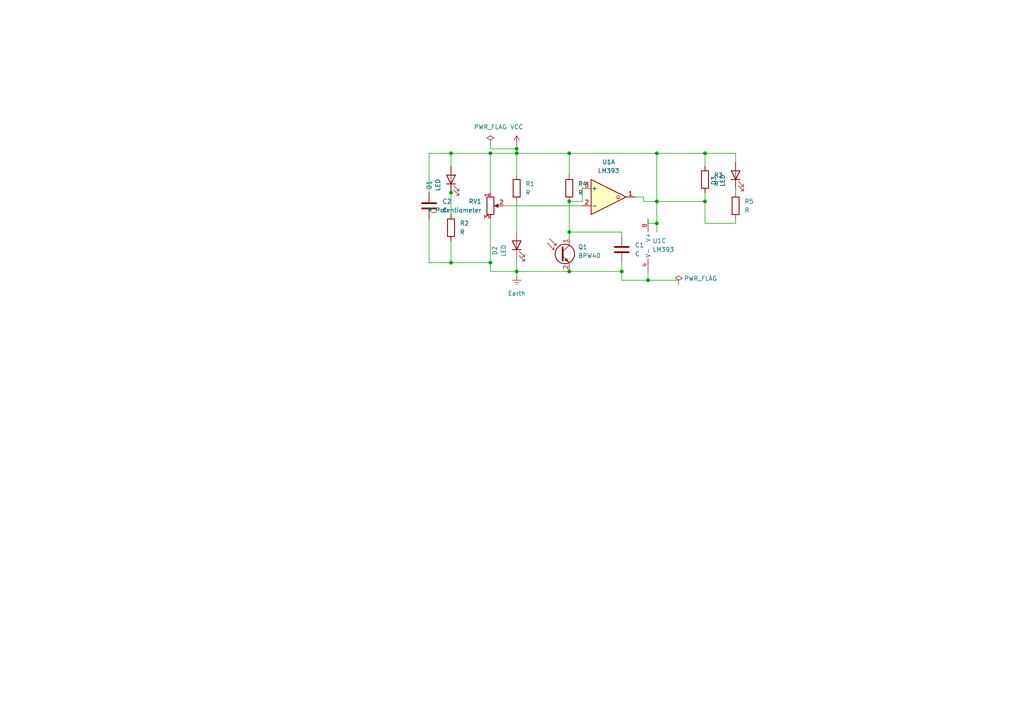
<source format=kicad_sch>
(kicad_sch (version 20231120) (generator "eeschema") (generator_version "8.0")
  (paper "A4")
  (title_block (title "Prueba de Placa de sensor FC-51") (date "2024-04-05") (company "Universidad Catolica Boliviana \"San Pablo\"") (comment 1 "Esta es la prueba N1 de Sistemas Embebidos"))
  (lib_symbols
    (symbol "Comparator:LM393" (pin_names (offset 0.127))
      (property "Reference" "U" (at 3.81 3.81 0))
      (property "Value" "LM393" (at 6.35 -3.81 0))
      (symbol "LM393_1_1"
        (polyline (pts (xy -5.08 5.08) (xy 5.08 0) (xy -5.08 -5.08) (xy -5.08 5.08)) (stroke (width 0.254)) (fill (type background)))
        (polyline (pts (xy 3.302 -0.508) (xy 2.794 -0.508) (xy 3.302 0) (xy 2.794 0.508) (xy 2.286 0) (xy 2.794 -0.508) (xy 2.286 -0.508)) (stroke (width 0.127)))
        (pin open_collector line (at 7.62 0 180) (length 2.54) (name "~") (number "1"))
        (pin input line (at -7.62 -2.54 0) (length 2.54) (name "-") (number "2"))
        (pin input line (at -7.62 2.54 0) (length 2.54) (name "+") (number "3"))
      )
      (symbol "LM393_2_1"
        (polyline (pts (xy -5.08 5.08) (xy 5.08 0) (xy -5.08 -5.08) (xy -5.08 5.08)) (stroke (width 0.254)) (fill (type background)))
        (polyline (pts (xy 3.302 -0.508) (xy 2.794 -0.508) (xy 3.302 0) (xy 2.794 0.508) (xy 2.286 0) (xy 2.794 -0.508) (xy 2.286 -0.508)) (stroke (width 0.127)))
        (pin input line (at -7.62 2.54 0) (length 2.54) (name "+") (number "5"))
        (pin input line (at -7.62 -2.54 0) (length 2.54) (name "-") (number "6"))
        (pin open_collector line (at 7.62 0 180) (length 2.54) (name "~") (number "7"))
      )
      (symbol "LM393_3_1"
        (pin power_in line (at -2.54 -7.62 90) (length 3.81) (name "V-") (number "4"))
        (pin power_in line (at -2.54 7.62 270) (length 3.81) (name "V+") (number "8"))
      )
    )
    (symbol "Device:C" (pin_numbers hide) (pin_names (offset 0.254))
      (property "Reference" "C" (at 0.635 2.54 0))
      (property "Value" "C" (at 0.635 -2.54 0))
      (symbol "C_0_1"
        (polyline (pts (xy -2.032 -0.762) (xy 2.032 -0.762)) (stroke (width 0.508)))
        (polyline (pts (xy -2.032 0.762) (xy 2.032 0.762)) (stroke (width 0.508)))
      )
      (symbol "C_1_1"
        (pin passive line (at 0 3.81 270) (length 2.794) (name "~") (number "1"))
        (pin passive line (at 0 -3.81 90) (length 2.794) (name "~") (number "2"))
      )
    )
    (symbol "Device:LED" (pin_numbers hide) (pin_names (offset 1.016) hide)
      (property "Reference" "D" (at 0 2.54 0))
      (property "Value" "LED" (at 0 -2.54 0))
      (symbol "LED_0_1"
        (polyline (pts (xy -1.27 -1.27) (xy -1.27 1.27)) (stroke (width 0.254)))
        (polyline (pts (xy -1.27 0) (xy 1.27 0)))
        (polyline (pts (xy 1.27 -1.27) (xy 1.27 1.27) (xy -1.27 0) (xy 1.27 -1.27)) (stroke (width 0.254)))
        (polyline (pts (xy -3.048 -0.762) (xy -4.572 -2.286) (xy -3.81 -2.286) (xy -4.572 -2.286) (xy -4.572 -1.524)))
        (polyline (pts (xy -1.778 -0.762) (xy -3.302 -2.286) (xy -2.54 -2.286) (xy -3.302 -2.286) (xy -3.302 -1.524)))
      )
      (symbol "LED_1_1"
        (pin passive line (at -3.81 0 0) (length 2.54) (name "K") (number "1"))
        (pin passive line (at 3.81 0 180) (length 2.54) (name "A") (number "2"))
      )
    )
    (symbol "Device:R" (pin_numbers hide) (pin_names (offset 0))
      (property "Reference" "R" (at 2.032 0 90))
      (property "Value" "R" (at 0 0 90))
      (symbol "R_0_1"
        (rectangle (start -1.016 -2.54) (end 1.016 2.54) (stroke (width 0.254)))
      )
      (symbol "R_1_1"
        (pin passive line (at 0 3.81 270) (length 1.27) (name "~") (number "1"))
        (pin passive line (at 0 -3.81 90) (length 1.27) (name "~") (number "2"))
      )
    )
    (symbol "Device:R_Potentiometer" (pin_names (offset 1.016) hide)
      (property "Reference" "RV" (at -4.445 0 90))
      (property "Value" "R_Potentiometer" (at -2.54 0 90))
      (symbol "R_Potentiometer_0_1"
        (polyline (pts (xy 2.54 0) (xy 1.524 0)))
        (polyline (pts (xy 1.143 0) (xy 2.286 0.508) (xy 2.286 -0.508) (xy 1.143 0)) (fill (type outline)))
        (rectangle (start 1.016 2.54) (end -1.016 -2.54) (stroke (width 0.254)))
      )
      (symbol "R_Potentiometer_1_1"
        (pin passive line (at 0 3.81 270) (length 1.27) (name "1") (number "1"))
        (pin passive line (at 3.81 0 180) (length 1.27) (name "2") (number "2"))
        (pin passive line (at 0 -3.81 90) (length 1.27) (name "3") (number "3"))
      )
    )
    (symbol "Sensor_Optical:BPW40" (pin_names (offset 0) hide)
      (property "Reference" "Q" (at 5.08 1.27 0))
      (property "Value" "BPW40" (at 5.08 -1.27 0))
      (symbol "BPW40_0_1"
        (polyline (pts (xy -1.905 1.27) (xy -2.54 1.27)))
        (polyline (pts (xy -1.27 2.54) (xy -1.905 2.54)))
        (polyline (pts (xy 0.635 0.635) (xy 2.54 2.54)))
        (polyline (pts (xy -3.81 3.175) (xy -1.905 1.27) (xy -1.905 1.905)))
        (polyline (pts (xy -3.175 4.445) (xy -1.27 2.54) (xy -1.27 3.175)))
        (polyline (pts (xy 0.635 -0.635) (xy 2.54 -2.54) (xy 2.54 -2.54)))
        (polyline (pts (xy 0.635 1.905) (xy 0.635 -1.905) (xy 0.635 -1.905)) (stroke (width 0.508)))
        (polyline (pts (xy 1.27 -1.778) (xy 1.778 -1.27) (xy 2.286 -2.286) (xy 1.27 -1.778) (xy 1.27 -1.778)) (fill (type outline)))
        (circle (center 1.27 0) (radius 2.8194) (stroke (width 0.254)))
      )
      (symbol "BPW40_1_1"
        (pin passive line (at 2.54 5.08 270) (length 2.54) (name "C") (number "1"))
        (pin passive line (at 2.54 -5.08 90) (length 2.54) (name "E") (number "2"))
      )
    )
    (symbol "power:Earth" (power) (pin_numbers hide) (pin_names (offset 0) hide)
      (property "Value" "Earth" (at 0 -3.81 0))
      (symbol "Earth_0_1"
        (polyline (pts (xy -0.635 -1.905) (xy 0.635 -1.905)))
        (polyline (pts (xy -0.127 -2.54) (xy 0.127 -2.54)))
        (polyline (pts (xy 0 -1.27) (xy 0 0)))
        (polyline (pts (xy 1.27 -1.27) (xy -1.27 -1.27)))
      )
      (symbol "Earth_1_1"
        (pin power_in line (at 0 0 270) (length 0) (name "~") (number "1"))
      )
    )
    (symbol "power:PWR_FLAG" (power) (pin_numbers hide) (pin_names (offset 0) hide)
      (property "Value" "PWR_FLAG" (at 0 3.81 0))
      (symbol "PWR_FLAG_0_0"
        (pin power_out line (at 0 0 90) (length 0) (name "~") (number "1"))
      )
      (symbol "PWR_FLAG_0_1"
        (polyline (pts (xy 0 0) (xy 0 1.27) (xy -1.016 1.905) (xy 0 2.54) (xy 1.016 1.905) (xy 0 1.27)))
      )
    )
    (symbol "power:VCC" (power) (pin_numbers hide) (pin_names (offset 0) hide)
      (property "Value" "VCC" (at 0 3.556 0))
      (symbol "VCC_0_1"
        (polyline (pts (xy -0.762 1.27) (xy 0 2.54)))
        (polyline (pts (xy 0 0) (xy 0 2.54)))
        (polyline (pts (xy 0 2.54) (xy 0.762 1.27)))
      )
      (symbol "VCC_1_1"
        (pin power_in line (at 0 0 90) (length 0) (name "~") (number "1"))
      )
    )
  )
  (junction (at 130.81 44.45))
  (junction (at 204.47 44.45))
  (junction (at 165.1 58.42))
  (junction (at 142.24 76.2))
  (junction (at 149.86 44.45))
  (junction (at 204.47 58.42))
  (junction (at 187.96 81.28))
  (junction (at 190.5 64.77))
  (junction (at 190.5 58.42))
  (junction (at 165.1 67.31))
  (junction (at 130.81 55.88))
  (junction (at 190.5 44.45))
  (junction (at 165.1 44.45))
  (junction (at 130.81 76.2))
  (junction (at 149.86 78.74))
  (junction (at 142.24 44.45))
  (junction (at 180.34 78.74))
  (junction (at 165.1 78.74))
  (junction (at 149.86 43.18))
  (wire (pts (xy 165.1 78.74) (xy 180.34 78.74)))
  (wire (pts (xy 165.1 58.42) (xy 165.1 67.31)))
  (wire (pts (xy 190.5 44.45) (xy 190.5 58.42)))
  (wire (pts (xy 149.86 78.74) (xy 149.86 80.01)))
  (wire (pts (xy 180.34 76.2) (xy 180.34 78.74)))
  (wire (pts (xy 130.81 76.2) (xy 130.81 69.85)))
  (wire (pts (xy 142.24 78.74) (xy 149.86 78.74)))
  (wire (pts (xy 165.1 44.45) (xy 165.1 50.8)))
  (wire (pts (xy 149.86 58.42) (xy 149.86 67.31)))
  (wire (pts (xy 168.91 58.42) (xy 165.1 58.42)))
  (wire (pts (xy 142.24 43.18) (xy 149.86 43.18)))
  (wire (pts (xy 146.05 59.69) (xy 168.91 59.69)))
  (wire (pts (xy 149.86 50.8) (xy 149.86 44.45)))
  (wire (pts (xy 190.5 58.42) (xy 190.5 64.77)))
  (wire (pts (xy 190.5 64.77) (xy 190.5 67.31)))
  (wire (pts (xy 187.96 63.5) (xy 187.96 64.77)))
  (wire (pts (xy 149.86 78.74) (xy 165.1 78.74)))
  (wire (pts (xy 165.1 44.45) (xy 149.86 44.45)))
  (wire (pts (xy 149.86 41.91) (xy 149.86 43.18)))
  (wire (pts (xy 124.46 44.45) (xy 124.46 55.88)))
  (wire (pts (xy 124.46 44.45) (xy 130.81 44.45)))
  (wire (pts (xy 130.81 44.45) (xy 142.24 44.45)))
  (wire (pts (xy 190.5 44.45) (xy 165.1 44.45)))
  (wire (pts (xy 190.5 58.42) (xy 204.47 58.42)))
  (wire (pts (xy 213.36 63.5) (xy 213.36 64.77)))
  (wire (pts (xy 142.24 78.74) (xy 142.24 76.2)))
  (wire (pts (xy 180.34 67.31) (xy 180.34 68.58)))
  (wire (pts (xy 204.47 55.88) (xy 204.47 58.42)))
  (wire (pts (xy 190.5 44.45) (xy 204.47 44.45)))
  (wire (pts (xy 142.24 43.18) (xy 142.24 41.91)))
  (wire (pts (xy 130.81 53.34) (xy 130.81 55.88)))
  (wire (pts (xy 186.69 58.42) (xy 190.5 58.42)))
  (wire (pts (xy 142.24 63.5) (xy 142.24 76.2)))
  (wire (pts (xy 149.86 74.93) (xy 149.86 78.74)))
  (wire (pts (xy 187.96 78.74) (xy 187.96 81.28)))
  (wire (pts (xy 213.36 46.99) (xy 213.36 44.45)))
  (wire (pts (xy 124.46 76.2) (xy 130.81 76.2)))
  (wire (pts (xy 213.36 54.61) (xy 213.36 55.88)))
  (wire (pts (xy 187.96 81.28) (xy 196.85 81.28)))
  (wire (pts (xy 130.81 76.2) (xy 142.24 76.2)))
  (wire (pts (xy 186.69 57.15) (xy 186.69 58.42)))
  (wire (pts (xy 130.81 55.88) (xy 130.81 62.23)))
  (wire (pts (xy 213.36 64.77) (xy 204.47 64.77)))
  (wire (pts (xy 165.1 67.31) (xy 180.34 67.31)))
  (wire (pts (xy 180.34 81.28) (xy 180.34 78.74)))
  (wire (pts (xy 196.85 81.28) (xy 196.85 82.55)))
  (wire (pts (xy 168.91 54.61) (xy 168.91 58.42)))
  (wire (pts (xy 204.47 44.45) (xy 213.36 44.45)))
  (wire (pts (xy 142.24 44.45) (xy 149.86 44.45)))
  (wire (pts (xy 124.46 76.2) (xy 124.46 63.5)))
  (wire (pts (xy 204.47 48.26) (xy 204.47 44.45)))
  (wire (pts (xy 149.86 43.18) (xy 149.86 44.45)))
  (wire (pts (xy 204.47 58.42) (xy 204.47 64.77)))
  (wire (pts (xy 184.15 57.15) (xy 186.69 57.15)))
  (wire (pts (xy 187.96 64.77) (xy 190.5 64.77)))
  (wire (pts (xy 180.34 81.28) (xy 187.96 81.28)))
  (wire (pts (xy 165.1 68.58) (xy 165.1 67.31)))
  (wire (pts (xy 142.24 44.45) (xy 142.24 55.88)))
  (wire (pts (xy 130.81 44.45) (xy 130.81 48.26)))
  (symbol (lib_id "Sensor_Optical:BPW40") (at 162.56 73.66 0) (unit 1)
    (property "Reference" "Q1" (at 167.64 71.6406 0) (effects (justify left)))
    (property "Value" "BPW40" (at 167.64 74.1806 0) (effects (justify left)))
    (property "Footprint" "LED_THT:LED_D5.0mm_Clear" (effects (hide yes)))
    (property "Datasheet" "https://www.rcscomponents.kiev.ua/datasheets/bpw40.pdf" (effects (hide yes)))
    (property "Description" "Phototransistor NPN" (effects (hide yes)))
  )
  (symbol (lib_id "power:Earth") (at 149.86 80.01 0) (unit 1)
    (property "Reference" "#PWR01" (effects (hide yes)))
    (property "Value" "Earth" (at 149.86 85.09 0))
    (property "Description" "Power symbol creates a global label with name \"Earth\"" (effects (hide yes)))
  )
  (symbol (lib_id "Device:C") (at 124.46 59.69 0) (unit 1)
    (property "Reference" "C2" (at 128.27 58.4199 0) (effects (justify left)))
    (property "Value" "C" (at 128.27 60.9599 0) (effects (justify left)))
    (property "Footprint" "Capacitor_SMD:C_0201_0603Metric" (effects (hide yes)))
    (property "Description" "Unpolarized capacitor" (effects (hide yes)))
  )
  (symbol (lib_id "Device:LED") (at 213.36 50.8 90) (unit 1)
    (property "Reference" "D3" (at 207.01 52.3875 0))
    (property "Value" "LED" (at 209.55 52.3875 0))
    (property "Footprint" "LED_SMD:LED-APA102-2020" (effects (hide yes)))
    (property "Description" "Light emitting diode" (effects (hide yes)))
  )
  (symbol (lib_id "Device:R_Potentiometer") (at 142.24 59.69 0) (unit 1)
    (property "Reference" "RV1" (at 139.7 58.4199 0) (effects (justify right)))
    (property "Value" "R_Potentiometer" (at 139.7 60.9599 0) (effects (justify right)))
    (property "Description" "Potentiometer" (effects (hide yes)))
  )
  (symbol (lib_id "power:PWR_FLAG") (at 196.85 82.55 0) (unit 1)
    (property "Reference" "#FLG02" (effects (hide yes)))
    (property "Value" "PWR_FLAG" (at 203.2 80.772 0))
    (property "Description" "Special symbol for telling ERC where power comes from" (effects (hide yes)))
  )
  (symbol (lib_id "Comparator:LM393") (at 176.53 57.15 0) (unit 1)
    (property "Reference" "U1" (at 176.53 46.99 0))
    (property "Value" "LM393" (at 176.53 49.53 0))
    (property "Datasheet" "http://www.ti.com/lit/ds/symlink/lm393.pdf" (effects (hide yes)))
    (property "Description" "Low-Power, Low-Offset Voltage, Dual Comparators, DIP-8/SOIC-8/TO-99-8" (effects (hide yes)))
  )
  (symbol (lib_id "power:VCC") (at 149.86 41.91 0) (unit 1)
    (property "Reference" "#PWR02" (effects (hide yes)))
    (property "Value" "VCC" (at 149.86 36.83 0))
    (property "Description" "Power symbol creates a global label with name \"VCC\"" (effects (hide yes)))
  )
  (symbol (lib_id "Device:R") (at 213.36 59.69 0) (unit 1)
    (property "Reference" "R5" (at 215.9 58.4199 0) (effects (justify left)))
    (property "Value" "R" (at 215.9 60.9599 0) (effects (justify left)))
    (property "Description" "Resistor" (effects (hide yes)))
  )
  (symbol (lib_id "Device:R") (at 204.47 52.07 0) (unit 1)
    (property "Reference" "R3" (at 207.01 50.7999 0) (effects (justify left)))
    (property "Value" "R" (at 207.01 53.3399 0) (effects (justify left)))
    (property "Footprint" "OptoDevice:R_LDR_4.9x4.2mm_P2.54mm_Vertical" (effects (hide yes)))
    (property "Description" "Resistor" (effects (hide yes)))
  )
  (symbol (lib_id "Device:R") (at 149.86 54.61 0) (unit 1)
    (property "Reference" "R1" (at 152.4 53.3399 0) (effects (justify left)))
    (property "Value" "R" (at 152.4 55.8799 0) (effects (justify left)))
    (property "Footprint" "OptoDevice:R_LDR_4.9x4.2mm_P2.54mm_Vertical" (effects (hide yes)))
    (property "Description" "Resistor" (effects (hide yes)))
  )
  (symbol (lib_id "power:PWR_FLAG") (at 142.24 41.91 0) (unit 1)
    (property "Reference" "#FLG01" (effects (hide yes)))
    (property "Value" "PWR_FLAG" (at 142.24 36.83 0))
    (property "Description" "Special symbol for telling ERC where power comes from" (effects (hide yes)))
  )
  (symbol (lib_id "Device:R") (at 165.1 54.61 0) (unit 1)
    (property "Reference" "R4" (at 167.64 53.3399 0) (effects (justify left)))
    (property "Value" "R" (at 167.64 55.8799 0) (effects (justify left)))
    (property "Description" "Resistor" (effects (hide yes)))
  )
  (symbol (lib_id "Device:R") (at 130.81 66.04 0) (unit 1)
    (property "Reference" "R2" (at 133.35 64.7699 0) (effects (justify left)))
    (property "Value" "R" (at 133.35 67.3099 0) (effects (justify left)))
    (property "Footprint" "OptoDevice:R_LDR_4.9x4.2mm_P2.54mm_Vertical" (effects (hide yes)))
    (property "Description" "Resistor" (effects (hide yes)))
  )
  (symbol (lib_id "Device:LED") (at 130.81 52.07 90) (unit 1)
    (property "Reference" "D1" (at 124.46 53.6575 0))
    (property "Value" "LED" (at 127 53.6575 0))
    (property "Footprint" "LED_SMD:LED-APA102-2020" (effects (hide yes)))
    (property "Description" "Light emitting diode" (effects (hide yes)))
  )
  (symbol (lib_id "Device:LED") (at 149.86 71.12 90) (unit 1)
    (property "Reference" "D2" (at 143.51 72.7075 0))
    (property "Value" "LED" (at 146.05 72.7075 0))
    (property "Footprint" "LED_SMD:LED-APA102-2020" (effects (hide yes)))
    (property "Description" "Light emitting diode" (effects (hide yes)))
  )
  (symbol (lib_id "Comparator:LM393") (at 190.5 71.12 0) (unit 3)
    (property "Reference" "U1" (at 189.23 69.8499 0) (effects (justify left)))
    (property "Value" "LM393" (at 189.23 72.3899 0) (effects (justify left)))
    (property "Datasheet" "http://www.ti.com/lit/ds/symlink/lm393.pdf" (effects (hide yes)))
    (property "Description" "Low-Power, Low-Offset Voltage, Dual Comparators, DIP-8/SOIC-8/TO-99-8" (effects (hide yes)))
  )
  (symbol (lib_id "Device:C") (at 180.34 72.39 0) (unit 1)
    (property "Reference" "C1" (at 184.15 71.1199 0) (effects (justify left)))
    (property "Value" "C" (at 184.15 73.6599 0) (effects (justify left)))
    (property "Footprint" "Capacitor_SMD:C_0201_0603Metric" (effects (hide yes)))
    (property "Description" "Unpolarized capacitor" (effects (hide yes)))
  )
)
</source>
